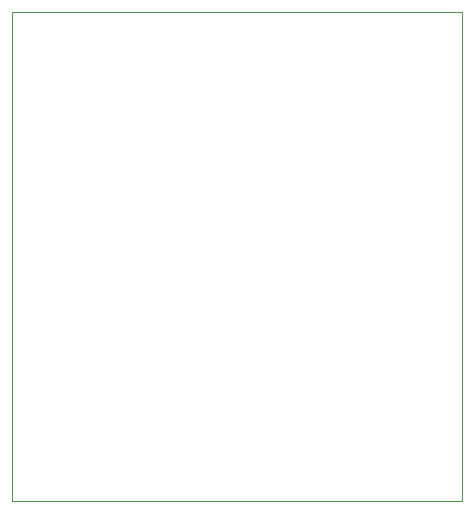
<source format=gm1>
G04 #@! TF.GenerationSoftware,KiCad,Pcbnew,5.1.5*
G04 #@! TF.CreationDate,2020-01-13T20:05:45+01:00*
G04 #@! TF.ProjectId,ESP8266_Uni,45535038-3236-4365-9f55-6e692e6b6963,rev?*
G04 #@! TF.SameCoordinates,Original*
G04 #@! TF.FileFunction,Profile,NP*
%FSLAX46Y46*%
G04 Gerber Fmt 4.6, Leading zero omitted, Abs format (unit mm)*
G04 Created by KiCad (PCBNEW 5.1.5) date 2020-01-13 20:05:45*
%MOMM*%
%LPD*%
G04 APERTURE LIST*
%ADD10C,0.050000*%
G04 APERTURE END LIST*
D10*
X146050000Y-60706000D02*
X146050000Y-19304000D01*
X107950000Y-60706000D02*
X146050000Y-60706000D01*
X107950000Y-19304000D02*
X107950000Y-60706000D01*
X146050000Y-19304000D02*
X107950000Y-19304000D01*
M02*

</source>
